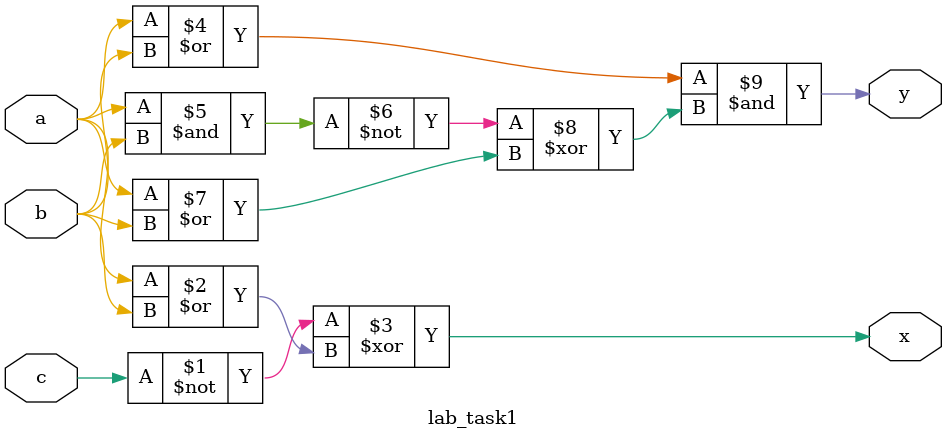
<source format=sv>
module lab_task1(
	input a,b,c,
	output x,y);

	assign x = (~c ^ (a|b));
	assign y = (a|b) & (~(a&b) ^ (a|b));

endmodule
</source>
